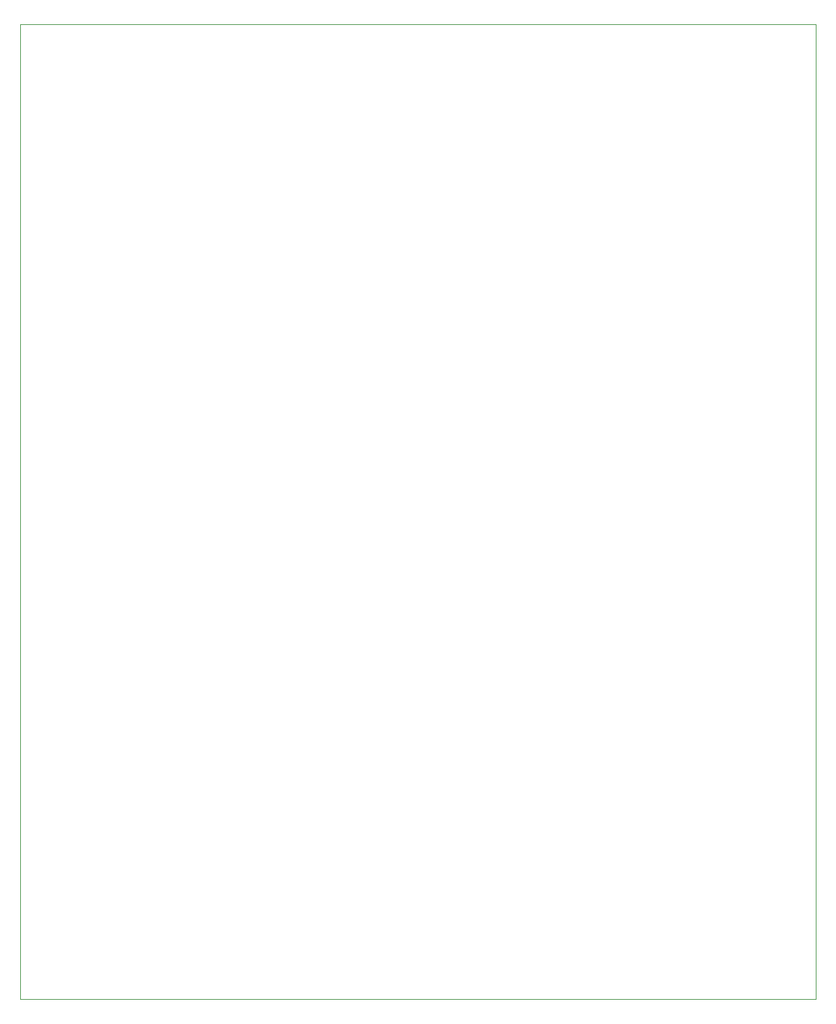
<source format=gbr>
%TF.GenerationSoftware,KiCad,Pcbnew,(6.0.5)*%
%TF.CreationDate,2022-08-17T09:38:04+01:00*%
%TF.ProjectId,PicoMIDIRouter,5069636f-4d49-4444-9952-6f757465722e,rev?*%
%TF.SameCoordinates,Original*%
%TF.FileFunction,Profile,NP*%
%FSLAX46Y46*%
G04 Gerber Fmt 4.6, Leading zero omitted, Abs format (unit mm)*
G04 Created by KiCad (PCBNEW (6.0.5)) date 2022-08-17 09:38:04*
%MOMM*%
%LPD*%
G01*
G04 APERTURE LIST*
%TA.AperFunction,Profile*%
%ADD10C,0.100000*%
%TD*%
G04 APERTURE END LIST*
D10*
X50038000Y-38862000D02*
X150038000Y-38862000D01*
X150038000Y-38862000D02*
X150038000Y-161362000D01*
X150038000Y-161362000D02*
X50038000Y-161362000D01*
X50038000Y-161362000D02*
X50038000Y-38862000D01*
M02*

</source>
